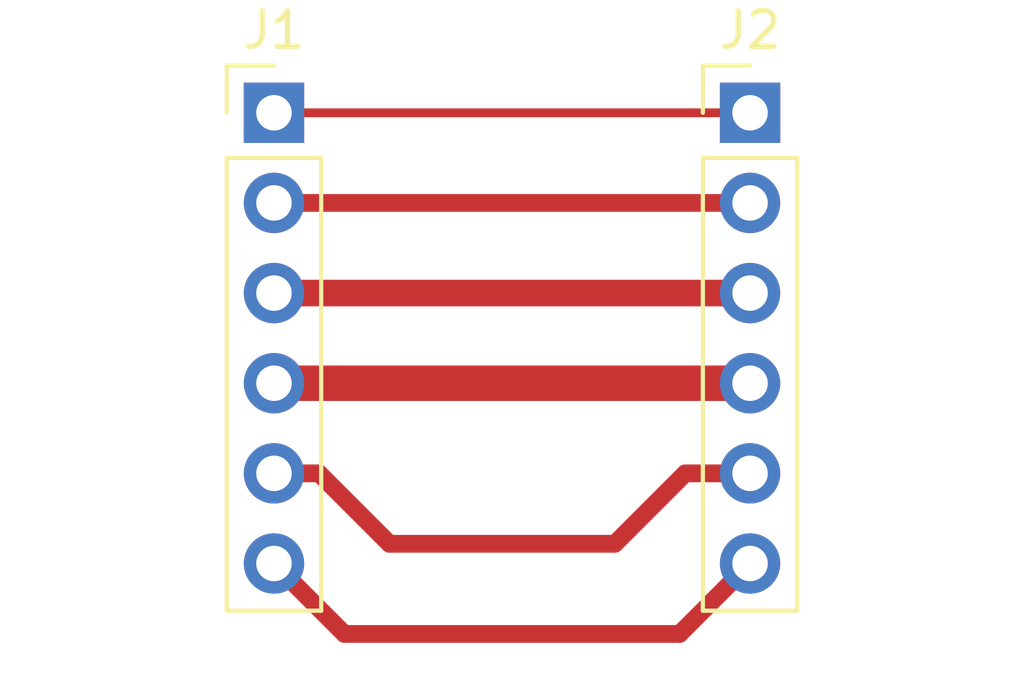
<source format=kicad_pcb>
(kicad_pcb (version 20171130) (host pcbnew "(5.1.5-0)")

  (general
    (thickness 1.6)
    (drawings 0)
    (tracks 12)
    (zones 0)
    (modules 2)
    (nets 7)
  )

  (page A4)
  (layers
    (0 F.Cu signal)
    (31 B.Cu signal)
    (32 B.Adhes user)
    (33 F.Adhes user)
    (34 B.Paste user)
    (35 F.Paste user)
    (36 B.SilkS user)
    (37 F.SilkS user)
    (38 B.Mask user)
    (39 F.Mask user)
    (40 Dwgs.User user)
    (41 Cmts.User user)
    (42 Eco1.User user)
    (43 Eco2.User user)
    (44 Edge.Cuts user)
    (45 Margin user)
    (46 B.CrtYd user)
    (47 F.CrtYd user)
    (48 B.Fab user)
    (49 F.Fab user)
  )

  (setup
    (last_trace_width 0.5)
    (user_trace_width 0.5)
    (user_trace_width 0.75)
    (user_trace_width 1)
    (trace_clearance 0.2)
    (zone_clearance 0.508)
    (zone_45_only no)
    (trace_min 0.2)
    (via_size 0.8)
    (via_drill 0.4)
    (via_min_size 0.4)
    (via_min_drill 0.3)
    (uvia_size 0.3)
    (uvia_drill 0.1)
    (uvias_allowed no)
    (uvia_min_size 0.2)
    (uvia_min_drill 0.1)
    (edge_width 0.05)
    (segment_width 0.2)
    (pcb_text_width 0.3)
    (pcb_text_size 1.5 1.5)
    (mod_edge_width 0.12)
    (mod_text_size 1 1)
    (mod_text_width 0.15)
    (pad_size 1.524 1.524)
    (pad_drill 0.762)
    (pad_to_mask_clearance 0.051)
    (solder_mask_min_width 0.25)
    (aux_axis_origin 0 0)
    (visible_elements FFFFFF7F)
    (pcbplotparams
      (layerselection 0x00000_7fffffff)
      (usegerberextensions false)
      (usegerberattributes false)
      (usegerberadvancedattributes false)
      (creategerberjobfile false)
      (excludeedgelayer true)
      (linewidth 0.100000)
      (plotframeref false)
      (viasonmask false)
      (mode 1)
      (useauxorigin false)
      (hpglpennumber 1)
      (hpglpenspeed 20)
      (hpglpendiameter 15.000000)
      (psnegative false)
      (psa4output false)
      (plotreference true)
      (plotvalue true)
      (plotinvisibletext false)
      (padsonsilk false)
      (subtractmaskfromsilk false)
      (outputformat 1)
      (mirror false)
      (drillshape 0)
      (scaleselection 1)
      (outputdirectory "./"))
  )

  (net 0 "")
  (net 1 "Net-(J1-Pad6)")
  (net 2 "Net-(J1-Pad5)")
  (net 3 "Net-(J1-Pad4)")
  (net 4 "Net-(J1-Pad3)")
  (net 5 "Net-(J1-Pad2)")
  (net 6 "Net-(J1-Pad1)")

  (net_class Default "This is the default net class."
    (clearance 0.2)
    (trace_width 0.25)
    (via_dia 0.8)
    (via_drill 0.4)
    (uvia_dia 0.3)
    (uvia_drill 0.1)
    (add_net "Net-(J1-Pad1)")
    (add_net "Net-(J1-Pad2)")
    (add_net "Net-(J1-Pad3)")
    (add_net "Net-(J1-Pad4)")
    (add_net "Net-(J1-Pad5)")
    (add_net "Net-(J1-Pad6)")
  )

  (module Connector_PinHeader_2.54mm:PinHeader_1x06_P2.54mm_Vertical (layer F.Cu) (tedit 59FED5CC) (tstamp 60375DB8)
    (at 159.305001 94.535001)
    (descr "Through hole straight pin header, 1x06, 2.54mm pitch, single row")
    (tags "Through hole pin header THT 1x06 2.54mm single row")
    (path /60374C2C)
    (fp_text reference J1 (at 0 -2.33) (layer F.SilkS)
      (effects (font (size 1 1) (thickness 0.15)))
    )
    (fp_text value Conn_01x06_Female (at 0 15.03) (layer F.Fab)
      (effects (font (size 1 1) (thickness 0.15)))
    )
    (fp_text user %R (at 0 6.35 90) (layer F.Fab)
      (effects (font (size 1 1) (thickness 0.15)))
    )
    (fp_line (start 1.8 -1.8) (end -1.8 -1.8) (layer F.CrtYd) (width 0.05))
    (fp_line (start 1.8 14.5) (end 1.8 -1.8) (layer F.CrtYd) (width 0.05))
    (fp_line (start -1.8 14.5) (end 1.8 14.5) (layer F.CrtYd) (width 0.05))
    (fp_line (start -1.8 -1.8) (end -1.8 14.5) (layer F.CrtYd) (width 0.05))
    (fp_line (start -1.33 -1.33) (end 0 -1.33) (layer F.SilkS) (width 0.12))
    (fp_line (start -1.33 0) (end -1.33 -1.33) (layer F.SilkS) (width 0.12))
    (fp_line (start -1.33 1.27) (end 1.33 1.27) (layer F.SilkS) (width 0.12))
    (fp_line (start 1.33 1.27) (end 1.33 14.03) (layer F.SilkS) (width 0.12))
    (fp_line (start -1.33 1.27) (end -1.33 14.03) (layer F.SilkS) (width 0.12))
    (fp_line (start -1.33 14.03) (end 1.33 14.03) (layer F.SilkS) (width 0.12))
    (fp_line (start -1.27 -0.635) (end -0.635 -1.27) (layer F.Fab) (width 0.1))
    (fp_line (start -1.27 13.97) (end -1.27 -0.635) (layer F.Fab) (width 0.1))
    (fp_line (start 1.27 13.97) (end -1.27 13.97) (layer F.Fab) (width 0.1))
    (fp_line (start 1.27 -1.27) (end 1.27 13.97) (layer F.Fab) (width 0.1))
    (fp_line (start -0.635 -1.27) (end 1.27 -1.27) (layer F.Fab) (width 0.1))
    (pad 6 thru_hole oval (at 0 12.7) (size 1.7 1.7) (drill 1) (layers *.Cu *.Mask)
      (net 1 "Net-(J1-Pad6)"))
    (pad 5 thru_hole oval (at 0 10.16) (size 1.7 1.7) (drill 1) (layers *.Cu *.Mask)
      (net 2 "Net-(J1-Pad5)"))
    (pad 4 thru_hole oval (at 0 7.62) (size 1.7 1.7) (drill 1) (layers *.Cu *.Mask)
      (net 3 "Net-(J1-Pad4)"))
    (pad 3 thru_hole oval (at 0 5.08) (size 1.7 1.7) (drill 1) (layers *.Cu *.Mask)
      (net 4 "Net-(J1-Pad3)"))
    (pad 2 thru_hole oval (at 0 2.54) (size 1.7 1.7) (drill 1) (layers *.Cu *.Mask)
      (net 5 "Net-(J1-Pad2)"))
    (pad 1 thru_hole rect (at 0 0) (size 1.7 1.7) (drill 1) (layers *.Cu *.Mask)
      (net 6 "Net-(J1-Pad1)"))
    (model ${KISYS3DMOD}/Connector_PinHeader_2.54mm.3dshapes/PinHeader_1x06_P2.54mm_Vertical.wrl
      (at (xyz 0 0 0))
      (scale (xyz 1 1 1))
      (rotate (xyz 0 0 0))
    )
  )

  (module Connector_PinHeader_2.54mm:PinHeader_1x06_P2.54mm_Vertical (layer F.Cu) (tedit 59FED5CC) (tstamp 60375DD2)
    (at 172.72 94.535001)
    (descr "Through hole straight pin header, 1x06, 2.54mm pitch, single row")
    (tags "Through hole pin header THT 1x06 2.54mm single row")
    (path /6036FF0A)
    (fp_text reference J2 (at 0 -2.33) (layer F.SilkS)
      (effects (font (size 1 1) (thickness 0.15)))
    )
    (fp_text value Conn_01x06_Female (at 0 15.03) (layer F.Fab)
      (effects (font (size 1 1) (thickness 0.15)))
    )
    (fp_line (start -0.635 -1.27) (end 1.27 -1.27) (layer F.Fab) (width 0.1))
    (fp_line (start 1.27 -1.27) (end 1.27 13.97) (layer F.Fab) (width 0.1))
    (fp_line (start 1.27 13.97) (end -1.27 13.97) (layer F.Fab) (width 0.1))
    (fp_line (start -1.27 13.97) (end -1.27 -0.635) (layer F.Fab) (width 0.1))
    (fp_line (start -1.27 -0.635) (end -0.635 -1.27) (layer F.Fab) (width 0.1))
    (fp_line (start -1.33 14.03) (end 1.33 14.03) (layer F.SilkS) (width 0.12))
    (fp_line (start -1.33 1.27) (end -1.33 14.03) (layer F.SilkS) (width 0.12))
    (fp_line (start 1.33 1.27) (end 1.33 14.03) (layer F.SilkS) (width 0.12))
    (fp_line (start -1.33 1.27) (end 1.33 1.27) (layer F.SilkS) (width 0.12))
    (fp_line (start -1.33 0) (end -1.33 -1.33) (layer F.SilkS) (width 0.12))
    (fp_line (start -1.33 -1.33) (end 0 -1.33) (layer F.SilkS) (width 0.12))
    (fp_line (start -1.8 -1.8) (end -1.8 14.5) (layer F.CrtYd) (width 0.05))
    (fp_line (start -1.8 14.5) (end 1.8 14.5) (layer F.CrtYd) (width 0.05))
    (fp_line (start 1.8 14.5) (end 1.8 -1.8) (layer F.CrtYd) (width 0.05))
    (fp_line (start 1.8 -1.8) (end -1.8 -1.8) (layer F.CrtYd) (width 0.05))
    (fp_text user %R (at 0 6.35 90) (layer F.Fab)
      (effects (font (size 1 1) (thickness 0.15)))
    )
    (pad 1 thru_hole rect (at 0 0) (size 1.7 1.7) (drill 1) (layers *.Cu *.Mask)
      (net 6 "Net-(J1-Pad1)"))
    (pad 2 thru_hole oval (at 0 2.54) (size 1.7 1.7) (drill 1) (layers *.Cu *.Mask)
      (net 5 "Net-(J1-Pad2)"))
    (pad 3 thru_hole oval (at 0 5.08) (size 1.7 1.7) (drill 1) (layers *.Cu *.Mask)
      (net 4 "Net-(J1-Pad3)"))
    (pad 4 thru_hole oval (at 0 7.62) (size 1.7 1.7) (drill 1) (layers *.Cu *.Mask)
      (net 3 "Net-(J1-Pad4)"))
    (pad 5 thru_hole oval (at 0 10.16) (size 1.7 1.7) (drill 1) (layers *.Cu *.Mask)
      (net 2 "Net-(J1-Pad5)"))
    (pad 6 thru_hole oval (at 0 12.7) (size 1.7 1.7) (drill 1) (layers *.Cu *.Mask)
      (net 1 "Net-(J1-Pad6)"))
    (model ${KISYS3DMOD}/Connector_PinHeader_2.54mm.3dshapes/PinHeader_1x06_P2.54mm_Vertical.wrl
      (at (xyz 0 0 0))
      (scale (xyz 1 1 1))
      (rotate (xyz 0 0 0))
    )
  )

  (segment (start 170.735001 109.22) (end 172.72 107.235001) (width 0.5) (layer F.Cu) (net 1))
  (segment (start 161.29 109.22) (end 170.735001 109.22) (width 0.5) (layer F.Cu) (net 1))
  (segment (start 159.305001 107.235001) (end 161.29 109.22) (width 0.5) (layer F.Cu) (net 1))
  (segment (start 159.305001 104.695001) (end 160.575001 104.695001) (width 0.5) (layer F.Cu) (net 2))
  (segment (start 160.575001 104.695001) (end 162.56 106.68) (width 0.5) (layer F.Cu) (net 2))
  (segment (start 162.56 106.68) (end 168.91 106.68) (width 0.5) (layer F.Cu) (net 2))
  (segment (start 170.894999 104.695001) (end 172.72 104.695001) (width 0.5) (layer F.Cu) (net 2))
  (segment (start 168.91 106.68) (end 170.894999 104.695001) (width 0.5) (layer F.Cu) (net 2))
  (segment (start 159.305001 102.155001) (end 172.72 102.155001) (width 1) (layer F.Cu) (net 3))
  (segment (start 159.305001 99.615001) (end 172.72 99.615001) (width 0.75) (layer F.Cu) (net 4))
  (segment (start 159.305001 97.075001) (end 172.72 97.075001) (width 0.5) (layer F.Cu) (net 5))
  (segment (start 159.305001 94.535001) (end 172.72 94.535001) (width 0.25) (layer F.Cu) (net 6))

)

</source>
